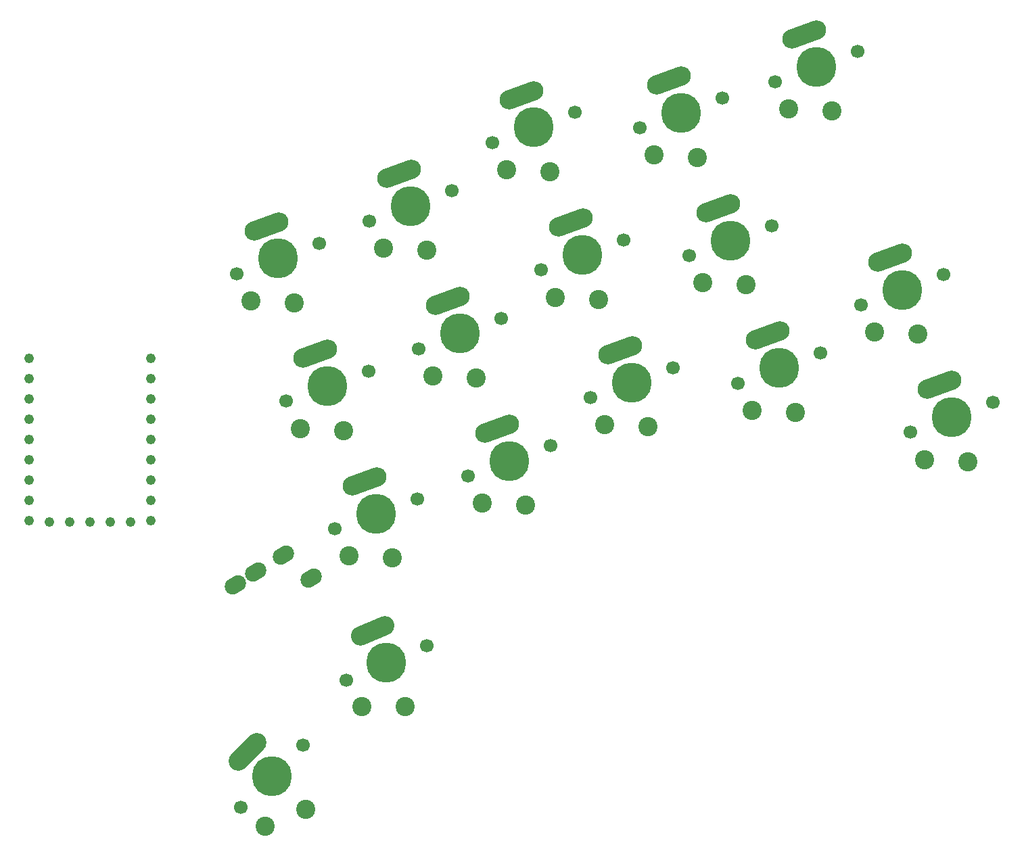
<source format=gts>
%TF.GenerationSoftware,KiCad,Pcbnew,(6.0.11)*%
%TF.CreationDate,2024-04-13T23:15:29+09:00*%
%TF.ProjectId,haqua34_right-bottom-plate,68617175-6133-4345-9f72-696768742d62,rev?*%
%TF.SameCoordinates,Original*%
%TF.FileFunction,Soldermask,Top*%
%TF.FilePolarity,Negative*%
%FSLAX46Y46*%
G04 Gerber Fmt 4.6, Leading zero omitted, Abs format (unit mm)*
G04 Created by KiCad (PCBNEW (6.0.11)) date 2024-04-13 23:15:29*
%MOMM*%
%LPD*%
G01*
G04 APERTURE LIST*
G04 Aperture macros list*
%AMHorizOval*
0 Thick line with rounded ends*
0 $1 width*
0 $2 $3 position (X,Y) of the first rounded end (center of the circle)*
0 $4 $5 position (X,Y) of the second rounded end (center of the circle)*
0 Add line between two ends*
20,1,$1,$2,$3,$4,$5,0*
0 Add two circle primitives to create the rounded ends*
1,1,$1,$2,$3*
1,1,$1,$4,$5*%
G04 Aperture macros list end*
%ADD10C,1.700000*%
%ADD11HorizOval,2.400000X-1.550493X-0.564333X1.550493X0.564333X0*%
%ADD12C,2.400000*%
%ADD13C,5.000000*%
%ADD14HorizOval,2.000000X0.341056X0.208999X-0.341056X-0.208999X0*%
%ADD15HorizOval,2.400000X-1.166726X-1.166726X1.166726X1.166726X0*%
%ADD16C,1.223426*%
%ADD17C,1.219200*%
%ADD18HorizOval,2.400000X-1.518833X-0.644706X1.518833X0.644706X0*%
G04 APERTURE END LIST*
D10*
%TO.C,SW4*%
X105683534Y-39363704D03*
D11*
X109375000Y-33425000D03*
D12*
X107453056Y-42763526D03*
D10*
X116020152Y-35601482D03*
D12*
X112869762Y-43026779D03*
D13*
X110851843Y-37482593D03*
%TD*%
D10*
%TO.C,SW15*%
X139556691Y-77481111D03*
D13*
X144725000Y-75600000D03*
D11*
X143248157Y-71542407D03*
D12*
X146742919Y-81144186D03*
D10*
X149893309Y-73718889D03*
D12*
X141326213Y-80880933D03*
%TD*%
D14*
%TO.C,J1*%
X57651945Y-94983953D03*
X55094025Y-96551448D03*
X64535960Y-95691299D03*
X61062506Y-92893958D03*
%TD*%
D12*
%TO.C,SW3*%
X94417919Y-44844186D03*
D10*
X87231691Y-41181111D03*
D13*
X92400000Y-39300000D03*
D10*
X97568309Y-37418889D03*
D11*
X90923157Y-35242407D03*
D12*
X89001213Y-44580933D03*
%TD*%
D10*
%TO.C,SW16*%
X63567374Y-116664200D03*
D15*
X56625000Y-117500000D03*
D12*
X63850217Y-124725217D03*
X58829759Y-126775827D03*
D13*
X59678287Y-120553287D03*
D10*
X55789200Y-124442374D03*
%TD*%
D11*
%TO.C,SW8*%
X97075000Y-51225000D03*
D10*
X103720152Y-53401482D03*
D12*
X100569762Y-60826779D03*
X95153056Y-60563526D03*
D13*
X98551843Y-55282593D03*
D10*
X93383534Y-57163704D03*
%TD*%
D11*
%TO.C,SW10*%
X137050000Y-55575000D03*
D10*
X143695152Y-57751482D03*
D12*
X135128056Y-64913526D03*
D13*
X138526843Y-59632593D03*
D12*
X140544762Y-65176779D03*
D10*
X133358534Y-61513704D03*
%TD*%
D13*
%TO.C,SW5*%
X127776843Y-31682593D03*
D12*
X124378056Y-36963526D03*
D10*
X122608534Y-33563704D03*
D11*
X126300000Y-27625000D03*
D12*
X129794762Y-37226779D03*
D10*
X132945152Y-29801482D03*
%TD*%
%TO.C,SW9*%
X111856691Y-55356111D03*
D11*
X115548157Y-49417407D03*
D10*
X122193309Y-51593889D03*
D13*
X117025000Y-53475000D03*
D12*
X119042919Y-59019186D03*
X113626213Y-58755933D03*
%TD*%
D13*
%TO.C,SW7*%
X83176843Y-65107593D03*
D10*
X78008534Y-66988704D03*
D12*
X79778056Y-70388526D03*
D10*
X88345152Y-63226482D03*
D12*
X85194762Y-70651779D03*
D11*
X81700000Y-61050000D03*
%TD*%
D10*
%TO.C,SW12*%
X94520152Y-79176482D03*
D12*
X91369762Y-86601779D03*
X85953056Y-86338526D03*
D10*
X84183534Y-82938704D03*
D13*
X89351843Y-81057593D03*
D11*
X87875000Y-77000000D03*
%TD*%
D10*
%TO.C,SW13*%
X99558534Y-73138704D03*
D12*
X101328056Y-76538526D03*
D11*
X103250000Y-67200000D03*
D13*
X104726843Y-71257593D03*
D12*
X106744762Y-76801779D03*
D10*
X109895152Y-69376482D03*
%TD*%
D16*
%TO.C,RZ1*%
X29284000Y-83430000D03*
D17*
X29284000Y-80890000D03*
X44524000Y-70730000D03*
X41984000Y-88713200D03*
X29284000Y-75810000D03*
X44524000Y-85970000D03*
X29284000Y-78350000D03*
X44524000Y-78350000D03*
X44524000Y-83430000D03*
D16*
X29284000Y-88510000D03*
D17*
X44524000Y-88510000D03*
X44524000Y-68190000D03*
X34364000Y-88713200D03*
X39444000Y-88713200D03*
X44524000Y-75810000D03*
X29284000Y-73270000D03*
X44524000Y-73270000D03*
X29284000Y-85970000D03*
X31824000Y-88713200D03*
X29284000Y-68190000D03*
X29284000Y-70730000D03*
X36904000Y-88713200D03*
X44524000Y-80890000D03*
%TD*%
D12*
%TO.C,SW17*%
X76305314Y-111780979D03*
D10*
X68937223Y-108499021D03*
D13*
X74000000Y-106350000D03*
D12*
X70882254Y-111801574D03*
D10*
X79062777Y-104200979D03*
D18*
X72312823Y-102375260D03*
%TD*%
D12*
%TO.C,SW2*%
X73626213Y-54405933D03*
D10*
X71856691Y-51006111D03*
D12*
X79042919Y-54669186D03*
D13*
X77025000Y-49125000D03*
D10*
X82193309Y-47243889D03*
D11*
X75548157Y-45067407D03*
%TD*%
D13*
%TO.C,SW1*%
X60425000Y-55725000D03*
D10*
X55256691Y-57606111D03*
X65593309Y-53843889D03*
D12*
X57026213Y-61005933D03*
D11*
X58948157Y-51667407D03*
D12*
X62442919Y-61269186D03*
%TD*%
D10*
%TO.C,SW14*%
X128345152Y-67551482D03*
D13*
X123176843Y-69432593D03*
D12*
X125194762Y-74976779D03*
X119778056Y-74713526D03*
D11*
X121700000Y-65375000D03*
D10*
X118008534Y-71313704D03*
%TD*%
D12*
%TO.C,SW6*%
X68594762Y-77251779D03*
X63178056Y-76988526D03*
D13*
X66576843Y-71707593D03*
D11*
X65100000Y-67650000D03*
D10*
X71745152Y-69826482D03*
X61408534Y-73588704D03*
%TD*%
D12*
%TO.C,SW11*%
X69328056Y-92963526D03*
D13*
X72726843Y-87682593D03*
D10*
X67558534Y-89563704D03*
D12*
X74744762Y-93226779D03*
D10*
X77895152Y-85801482D03*
D11*
X71250000Y-83625000D03*
%TD*%
M02*

</source>
